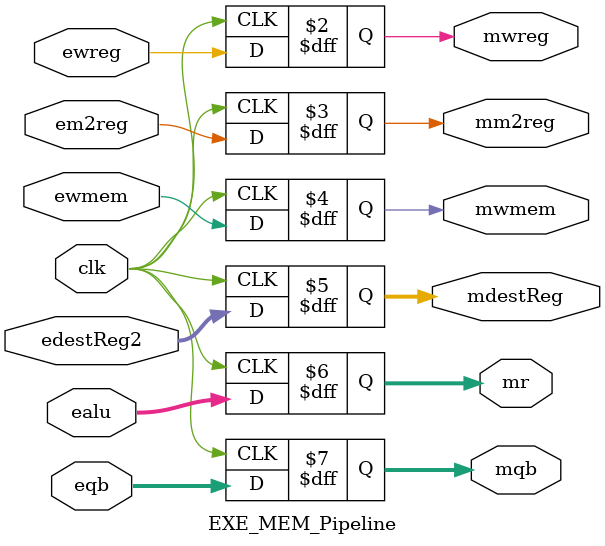
<source format=v>
`timescale 1ns / 1ps

module EXE_MEM_Pipeline(
    input clk,
    input ewreg,
    input em2reg,
    input ewmem,
    input [4:0] edestReg2,
    input [31:0] ealu,
    input [31:0] eqb,
    output reg mwreg,
    output reg mm2reg,
    output reg mwmem,
    output reg [4:0] mdestReg,
    output reg [31:0] mr,
    output reg [31:0] mqb
);
always @(posedge clk)
    begin
        mwreg <= ewreg;
        mm2reg <= em2reg;
        mwmem <= ewmem;
        mdestReg <= edestReg2;
        mr <= ealu;
        mqb <= eqb;
    end
endmodule

</source>
